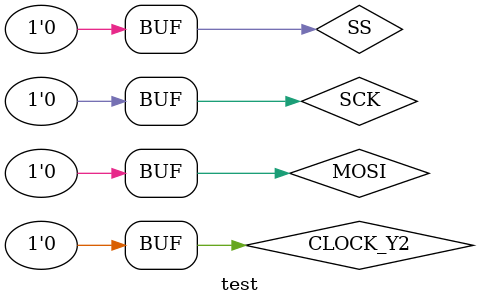
<source format=v>
`timescale 1ns / 1ps

module test;

	// Inputs
	reg CLOCK_Y2;
	reg SCK;
	reg MOSI;
	reg SS;

	// Outputs
	wire MISO;
	wire LED1;

	// Instantiate the Unit Under Test (UUT)
	SPI_slave uut (
		.CLOCK_Y2(CLOCK_Y2), 
		.SCK(SCK), 
		.MOSI(MOSI), 
		.MISO(MISO), 
		.SS(SS), 
		.LED1(LED1)
	);

	initial begin
		// Initialize Inputs
		CLOCK_Y2 = 0;
		SCK = 0;
		MOSI = 0;
		SS = 0;

		// Wait 100 ns for global reset to finish
		#100;
        
		// Add stimulus here

	end
      
endmodule


</source>
